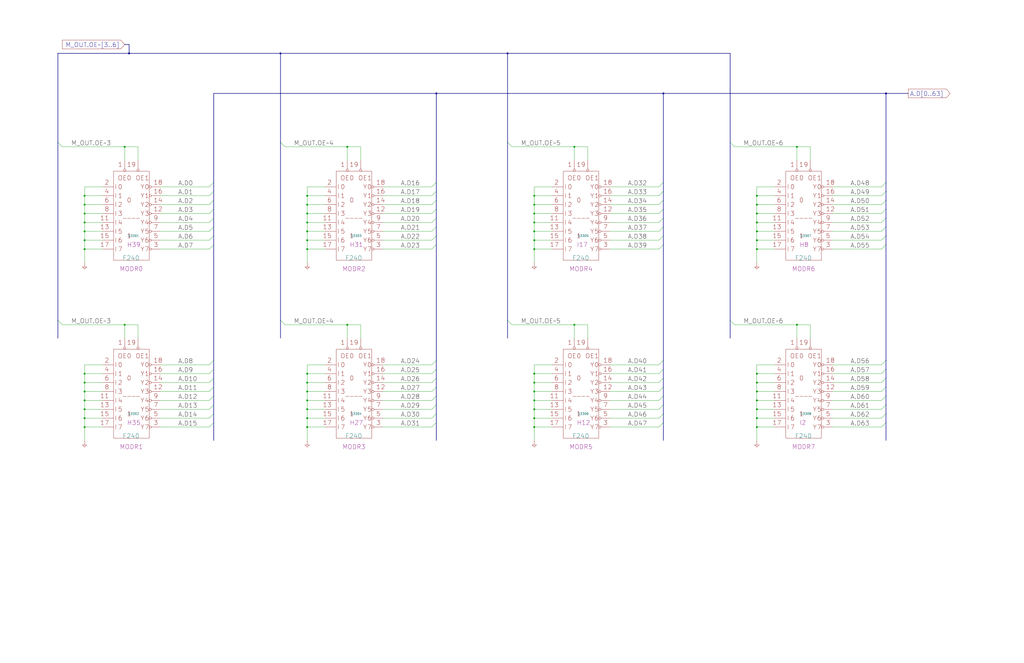
<source format=kicad_sch>
(kicad_sch (version 20211123) (generator eeschema)
  (paper "User" 584.2 378.46)
  (title_block (title "MULTIPLIER OUTPUT\\nZERO DRIVERS") (date "22-MAR-90") (rev "1.0") (comment 1 "VALUE") (comment 2 "232-003063") (comment 3 "S400") (comment 4 "RELEASED"))
  (lib_symbols
    (symbol "r1000:F240" (pin_numbers hide) (pin_names (offset 1.016) hide)
      (property "Reference" "U" (at 2.54 5.08 0))
      (property "Value" "F240" (at -3.81 -7.62 0))
      (property "Location" "___" (at -1.27 0 0))
      (property "Name" "______" (at 1.27 -15.24 0))
      (symbol "F240_1_1"
        (rectangle (start -8.89 41.91) (end 11.43 -8.89))
        (circle (center -2.54 42.545) (radius 0.635))
        (circle (center 5.08 42.545) (radius 0.635))
        (circle (center 12.065 -2.54) (radius 0.635))
        (circle (center 12.065 2.54) (radius 0.635))
        (circle (center 12.065 7.62) (radius 0.635))
        (circle (center 12.065 12.7) (radius 0.635))
        (circle (center 12.065 17.78) (radius 0.635))
        (circle (center 12.065 22.86) (radius 0.635))
        (circle (center 12.065 27.94) (radius 0.635))
        (circle (center 12.065 33.02) (radius 0.635))
        (text "-" (at -2.54 15.24 0) (effects (font (size 2.54 2.54))))
        (text "-" (at 0 15.24 0) (effects (font (size 2.54 2.54))))
        (text "-" (at 2.54 15.24 0) (effects (font (size 2.54 2.54))))
        (text "-" (at 5.08 15.24 0) (effects (font (size 2.54 2.54))))
        (text "0" (at -5.08 33.02 0) (effects (font (size 2.54 2.54))))
        (text "0" (at 0 25.4 0) (effects (font (size 2.54 2.54))))
        (text "0" (at 0 38.1 0) (effects (font (size 2.54 2.54))))
        (text "0" (at 10.16 33.02 0) (effects (font (size 2.54 2.54))))
        (text "1" (at -15.24 0 0) (effects (font (size 2.54 2.54))))
        (text "1" (at -15.24 5.08 0) (effects (font (size 2.54 2.54))))
        (text "1" (at -15.24 10.16 0) (effects (font (size 2.54 2.54))))
        (text "1" (at -15.24 15.24 0) (effects (font (size 2.54 2.54))))
        (text "1" (at -12.7 15.24 0) (effects (font (size 2.54 2.54))))
        (text "1" (at -5.08 27.94 0) (effects (font (size 2.54 2.54))))
        (text "1" (at -5.08 45.72 0) (effects (font (size 2.54 2.54))))
        (text "1" (at 0 5.08 0) (effects (font (size 2.54 2.54))))
        (text "1" (at 0 45.72 0) (effects (font (size 2.54 2.54))))
        (text "1" (at 10.16 27.94 0) (effects (font (size 2.54 2.54))))
        (text "1" (at 10.16 38.1 0) (effects (font (size 2.54 2.54))))
        (text "1" (at 15.24 20.32 0) (effects (font (size 2.54 2.54))))
        (text "1" (at 15.24 25.4 0) (effects (font (size 2.54 2.54))))
        (text "1" (at 15.24 30.48 0) (effects (font (size 2.54 2.54))))
        (text "1" (at 15.24 35.56 0) (effects (font (size 2.54 2.54))))
        (text "2" (at -12.7 35.56 0) (effects (font (size 2.54 2.54))))
        (text "2" (at -5.08 22.86 0) (effects (font (size 2.54 2.54))))
        (text "2" (at 10.16 22.86 0) (effects (font (size 2.54 2.54))))
        (text "2" (at 17.78 20.32 0) (effects (font (size 2.54 2.54))))
        (text "3" (at -12.7 10.16 0) (effects (font (size 2.54 2.54))))
        (text "3" (at -5.08 17.78 0) (effects (font (size 2.54 2.54))))
        (text "3" (at 10.16 17.78 0) (effects (font (size 2.54 2.54))))
        (text "3" (at 15.24 0 0) (effects (font (size 2.54 2.54))))
        (text "4" (at -12.7 30.48 0) (effects (font (size 2.54 2.54))))
        (text "4" (at -5.08 12.7 0) (effects (font (size 2.54 2.54))))
        (text "4" (at 10.16 12.7 0) (effects (font (size 2.54 2.54))))
        (text "4" (at 17.78 25.4 0) (effects (font (size 2.54 2.54))))
        (text "5" (at -12.7 5.08 0) (effects (font (size 2.54 2.54))))
        (text "5" (at -5.08 7.62 0) (effects (font (size 2.54 2.54))))
        (text "5" (at 10.16 7.62 0) (effects (font (size 2.54 2.54))))
        (text "5" (at 15.24 5.08 0) (effects (font (size 2.54 2.54))))
        (text "6" (at -12.7 25.4 0) (effects (font (size 2.54 2.54))))
        (text "6" (at -5.08 2.54 0) (effects (font (size 2.54 2.54))))
        (text "6" (at 10.16 2.54 0) (effects (font (size 2.54 2.54))))
        (text "6" (at 17.78 30.48 0) (effects (font (size 2.54 2.54))))
        (text "7" (at -12.7 0 0) (effects (font (size 2.54 2.54))))
        (text "7" (at -5.08 -2.54 0) (effects (font (size 2.54 2.54))))
        (text "7" (at 10.16 -2.54 0) (effects (font (size 2.54 2.54))))
        (text "7" (at 15.24 10.16 0) (effects (font (size 2.54 2.54))))
        (text "8" (at -12.7 20.32 0) (effects (font (size 2.54 2.54))))
        (text "8" (at 17.78 35.56 0) (effects (font (size 2.54 2.54))))
        (text "9" (at 2.54 45.72 0) (effects (font (size 2.54 2.54))))
        (text "9" (at 15.24 15.24 0) (effects (font (size 2.54 2.54))))
        (text "E" (at -2.54 38.1 0) (effects (font (size 2.54 2.54))))
        (text "E" (at 7.62 38.1 0) (effects (font (size 2.54 2.54))))
        (text "I" (at -7.62 -2.54 0) (effects (font (size 2.54 2.54))))
        (text "I" (at -7.62 2.54 0) (effects (font (size 2.54 2.54))))
        (text "I" (at -7.62 7.62 0) (effects (font (size 2.54 2.54))))
        (text "I" (at -7.62 12.7 0) (effects (font (size 2.54 2.54))))
        (text "I" (at -7.62 17.78 0) (effects (font (size 2.54 2.54))))
        (text "I" (at -7.62 22.86 0) (effects (font (size 2.54 2.54))))
        (text "I" (at -7.62 27.94 0) (effects (font (size 2.54 2.54))))
        (text "I" (at -7.62 33.02 0) (effects (font (size 2.54 2.54))))
        (text "O" (at -5.08 38.1 0) (effects (font (size 2.54 2.54))))
        (text "O" (at 5.08 38.1 0) (effects (font (size 2.54 2.54))))
        (text "Y" (at 7.62 -2.54 0) (effects (font (size 2.54 2.54))))
        (text "Y" (at 7.62 2.54 0) (effects (font (size 2.54 2.54))))
        (text "Y" (at 7.62 7.62 0) (effects (font (size 2.54 2.54))))
        (text "Y" (at 7.62 12.7 0) (effects (font (size 2.54 2.54))))
        (text "Y" (at 7.62 17.78 0) (effects (font (size 2.54 2.54))))
        (text "Y" (at 7.62 22.86 0) (effects (font (size 2.54 2.54))))
        (text "Y" (at 7.62 27.94 0) (effects (font (size 2.54 2.54))))
        (text "Y" (at 7.62 33.02 0) (effects (font (size 2.54 2.54))))
        (pin input line (at -2.54 48.26 270) (length 5.08) (name "OE0_") (number "1"))
        (pin input line (at -15.24 12.7 0) (length 6.35) (name "I4") (number "11"))
        (pin tri_state line (at 17.78 17.78 180) (length 5.08) (name "Y3_") (number "12"))
        (pin input line (at -15.24 7.62 0) (length 6.35) (name "I5") (number "13"))
        (pin tri_state line (at 17.78 22.86 180) (length 5.08) (name "Y2_") (number "14"))
        (pin input line (at -15.24 2.54 0) (length 6.35) (name "I6") (number "15"))
        (pin tri_state line (at 17.78 27.94 180) (length 5.08) (name "Y1_") (number "16"))
        (pin input line (at -15.24 -2.54 0) (length 6.35) (name "I7") (number "17"))
        (pin tri_state line (at 17.78 33.02 180) (length 5.08) (name "Y0_") (number "18"))
        (pin input line (at 5.08 48.26 270) (length 5.08) (name "OE1_") (number "19"))
        (pin input line (at -15.24 33.02 0) (length 6.35) (name "I0") (number "2"))
        (pin tri_state line (at 17.78 -2.54 180) (length 5.08) (name "Y7_") (number "3"))
        (pin input line (at -15.24 27.94 0) (length 6.35) (name "I1") (number "4"))
        (pin tri_state line (at 17.78 2.54 180) (length 5.08) (name "Y6_") (number "5"))
        (pin input line (at -15.24 22.86 0) (length 6.35) (name "I2") (number "6"))
        (pin tri_state line (at 17.78 7.62 180) (length 5.08) (name "Y5_") (number "7"))
        (pin input line (at -15.24 17.78 0) (length 6.35) (name "I3") (number "8"))
        (pin tri_state line (at 17.78 12.7 180) (length 5.08) (name "Y4_") (number "9"))
      )
    )
    (symbol "r1000:PD" (power) (pin_numbers hide) (pin_names hide) (in_bom no)
      (symbol "PD_0_1"
        (polyline (pts (xy 0 -2.54) (xy 1.27 -2.54) (xy 0 -3.81) (xy -1.27 -2.54) (xy 0 -2.54)) (stroke (width 0.1524)))
      )
      (symbol "PD_1_1"
        (pin power_in line (at 0 0 270) (length 2.54) (name "PD") (number "1"))
      )
    )
  )
  (bus (pts (xy 121.92 104.14) (xy 121.92 109.22)))
  (bus (pts (xy 121.92 109.22) (xy 121.92 114.3)))
  (bus (pts (xy 121.92 114.3) (xy 121.92 119.38)))
  (bus (pts (xy 121.92 119.38) (xy 121.92 124.46)))
  (bus (pts (xy 121.92 124.46) (xy 121.92 129.54)))
  (bus (pts (xy 121.92 129.54) (xy 121.92 134.62)))
  (bus (pts (xy 121.92 134.62) (xy 121.92 139.7)))
  (bus (pts (xy 121.92 139.7) (xy 121.92 205.74)))
  (bus (pts (xy 121.92 205.74) (xy 121.92 210.82)))
  (bus (pts (xy 121.92 210.82) (xy 121.92 215.9)))
  (bus (pts (xy 121.92 215.9) (xy 121.92 220.98)))
  (bus (pts (xy 121.92 220.98) (xy 121.92 226.06)))
  (bus (pts (xy 121.92 226.06) (xy 121.92 231.14)))
  (bus (pts (xy 121.92 231.14) (xy 121.92 236.22)))
  (bus (pts (xy 121.92 236.22) (xy 121.92 241.3)))
  (bus (pts (xy 121.92 241.3) (xy 121.92 251.46)))
  (bus (pts (xy 121.92 53.34) (xy 121.92 104.14)))
  (bus (pts (xy 121.92 53.34) (xy 248.92 53.34)))
  (bus (pts (xy 160.02 182.88) (xy 160.02 193.04)))
  (bus (pts (xy 160.02 30.48) (xy 160.02 81.28)))
  (bus (pts (xy 160.02 30.48) (xy 289.56 30.48)))
  (bus (pts (xy 160.02 81.28) (xy 160.02 182.88)))
  (bus (pts (xy 248.92 104.14) (xy 248.92 109.22)))
  (bus (pts (xy 248.92 109.22) (xy 248.92 114.3)))
  (bus (pts (xy 248.92 114.3) (xy 248.92 119.38)))
  (bus (pts (xy 248.92 119.38) (xy 248.92 124.46)))
  (bus (pts (xy 248.92 124.46) (xy 248.92 129.54)))
  (bus (pts (xy 248.92 129.54) (xy 248.92 134.62)))
  (bus (pts (xy 248.92 134.62) (xy 248.92 139.7)))
  (bus (pts (xy 248.92 139.7) (xy 248.92 205.74)))
  (bus (pts (xy 248.92 205.74) (xy 248.92 210.82)))
  (bus (pts (xy 248.92 210.82) (xy 248.92 215.9)))
  (bus (pts (xy 248.92 215.9) (xy 248.92 220.98)))
  (bus (pts (xy 248.92 220.98) (xy 248.92 226.06)))
  (bus (pts (xy 248.92 226.06) (xy 248.92 231.14)))
  (bus (pts (xy 248.92 231.14) (xy 248.92 236.22)))
  (bus (pts (xy 248.92 236.22) (xy 248.92 241.3)))
  (bus (pts (xy 248.92 241.3) (xy 248.92 251.46)))
  (bus (pts (xy 248.92 53.34) (xy 248.92 104.14)))
  (bus (pts (xy 248.92 53.34) (xy 378.46 53.34)))
  (bus (pts (xy 289.56 182.88) (xy 289.56 193.04)))
  (bus (pts (xy 289.56 30.48) (xy 289.56 81.28)))
  (bus (pts (xy 289.56 30.48) (xy 416.56 30.48)))
  (bus (pts (xy 289.56 81.28) (xy 289.56 182.88)))
  (bus (pts (xy 33.02 182.88) (xy 33.02 193.04)))
  (bus (pts (xy 33.02 30.48) (xy 33.02 81.28)))
  (bus (pts (xy 33.02 30.48) (xy 73.66 30.48)))
  (bus (pts (xy 33.02 81.28) (xy 33.02 182.88)))
  (bus (pts (xy 378.46 104.14) (xy 378.46 109.22)))
  (bus (pts (xy 378.46 109.22) (xy 378.46 114.3)))
  (bus (pts (xy 378.46 114.3) (xy 378.46 119.38)))
  (bus (pts (xy 378.46 119.38) (xy 378.46 124.46)))
  (bus (pts (xy 378.46 124.46) (xy 378.46 129.54)))
  (bus (pts (xy 378.46 129.54) (xy 378.46 134.62)))
  (bus (pts (xy 378.46 134.62) (xy 378.46 139.7)))
  (bus (pts (xy 378.46 139.7) (xy 378.46 205.74)))
  (bus (pts (xy 378.46 205.74) (xy 378.46 210.82)))
  (bus (pts (xy 378.46 210.82) (xy 378.46 215.9)))
  (bus (pts (xy 378.46 215.9) (xy 378.46 220.98)))
  (bus (pts (xy 378.46 220.98) (xy 378.46 226.06)))
  (bus (pts (xy 378.46 226.06) (xy 378.46 231.14)))
  (bus (pts (xy 378.46 231.14) (xy 378.46 236.22)))
  (bus (pts (xy 378.46 236.22) (xy 378.46 241.3)))
  (bus (pts (xy 378.46 241.3) (xy 378.46 251.46)))
  (bus (pts (xy 378.46 53.34) (xy 378.46 104.14)))
  (bus (pts (xy 378.46 53.34) (xy 505.46 53.34)))
  (bus (pts (xy 416.56 182.88) (xy 416.56 193.04)))
  (bus (pts (xy 416.56 30.48) (xy 416.56 81.28)))
  (bus (pts (xy 416.56 81.28) (xy 416.56 182.88)))
  (bus (pts (xy 505.46 104.14) (xy 505.46 109.22)))
  (bus (pts (xy 505.46 109.22) (xy 505.46 114.3)))
  (bus (pts (xy 505.46 114.3) (xy 505.46 119.38)))
  (bus (pts (xy 505.46 119.38) (xy 505.46 124.46)))
  (bus (pts (xy 505.46 124.46) (xy 505.46 129.54)))
  (bus (pts (xy 505.46 129.54) (xy 505.46 134.62)))
  (bus (pts (xy 505.46 134.62) (xy 505.46 139.7)))
  (bus (pts (xy 505.46 139.7) (xy 505.46 205.74)))
  (bus (pts (xy 505.46 205.74) (xy 505.46 210.82)))
  (bus (pts (xy 505.46 210.82) (xy 505.46 215.9)))
  (bus (pts (xy 505.46 215.9) (xy 505.46 220.98)))
  (bus (pts (xy 505.46 220.98) (xy 505.46 226.06)))
  (bus (pts (xy 505.46 226.06) (xy 505.46 231.14)))
  (bus (pts (xy 505.46 231.14) (xy 505.46 236.22)))
  (bus (pts (xy 505.46 236.22) (xy 505.46 241.3)))
  (bus (pts (xy 505.46 241.3) (xy 505.46 251.46)))
  (bus (pts (xy 505.46 53.34) (xy 505.46 104.14)))
  (bus (pts (xy 505.46 53.34) (xy 518.16 53.34)))
  (bus (pts (xy 71.12 25.4) (xy 73.66 25.4)))
  (bus (pts (xy 73.66 25.4) (xy 73.66 30.48)))
  (bus (pts (xy 73.66 30.48) (xy 160.02 30.48)))
  (wire (pts (xy 162.56 185.42) (xy 198.12 185.42)))
  (wire (pts (xy 162.56 83.82) (xy 198.12 83.82)))
  (wire (pts (xy 175.26 106.68) (xy 175.26 111.76)))
  (wire (pts (xy 175.26 111.76) (xy 175.26 116.84)))
  (wire (pts (xy 175.26 111.76) (xy 185.42 111.76)))
  (wire (pts (xy 175.26 116.84) (xy 175.26 121.92)))
  (wire (pts (xy 175.26 116.84) (xy 185.42 116.84)))
  (wire (pts (xy 175.26 121.92) (xy 175.26 127)))
  (wire (pts (xy 175.26 121.92) (xy 185.42 121.92)))
  (wire (pts (xy 175.26 127) (xy 175.26 132.08)))
  (wire (pts (xy 175.26 127) (xy 185.42 127)))
  (wire (pts (xy 175.26 132.08) (xy 175.26 137.16)))
  (wire (pts (xy 175.26 132.08) (xy 185.42 132.08)))
  (wire (pts (xy 175.26 137.16) (xy 175.26 142.24)))
  (wire (pts (xy 175.26 137.16) (xy 185.42 137.16)))
  (wire (pts (xy 175.26 142.24) (xy 175.26 149.86)))
  (wire (pts (xy 175.26 142.24) (xy 185.42 142.24)))
  (wire (pts (xy 175.26 208.28) (xy 175.26 213.36)))
  (wire (pts (xy 175.26 213.36) (xy 175.26 218.44)))
  (wire (pts (xy 175.26 213.36) (xy 185.42 213.36)))
  (wire (pts (xy 175.26 218.44) (xy 175.26 223.52)))
  (wire (pts (xy 175.26 218.44) (xy 185.42 218.44)))
  (wire (pts (xy 175.26 223.52) (xy 175.26 228.6)))
  (wire (pts (xy 175.26 223.52) (xy 185.42 223.52)))
  (wire (pts (xy 175.26 228.6) (xy 175.26 233.68)))
  (wire (pts (xy 175.26 228.6) (xy 185.42 228.6)))
  (wire (pts (xy 175.26 233.68) (xy 175.26 238.76)))
  (wire (pts (xy 175.26 233.68) (xy 185.42 233.68)))
  (wire (pts (xy 175.26 238.76) (xy 175.26 243.84)))
  (wire (pts (xy 175.26 238.76) (xy 185.42 238.76)))
  (wire (pts (xy 175.26 243.84) (xy 175.26 251.46)))
  (wire (pts (xy 175.26 243.84) (xy 185.42 243.84)))
  (wire (pts (xy 185.42 106.68) (xy 175.26 106.68)))
  (wire (pts (xy 185.42 208.28) (xy 175.26 208.28)))
  (wire (pts (xy 198.12 185.42) (xy 198.12 193.04)))
  (wire (pts (xy 198.12 185.42) (xy 205.74 185.42)))
  (wire (pts (xy 198.12 83.82) (xy 198.12 91.44)))
  (wire (pts (xy 198.12 83.82) (xy 205.74 83.82)))
  (wire (pts (xy 205.74 193.04) (xy 205.74 185.42)))
  (wire (pts (xy 205.74 91.44) (xy 205.74 83.82)))
  (wire (pts (xy 218.44 106.68) (xy 246.38 106.68)))
  (wire (pts (xy 218.44 111.76) (xy 246.38 111.76)))
  (wire (pts (xy 218.44 116.84) (xy 246.38 116.84)))
  (wire (pts (xy 218.44 121.92) (xy 246.38 121.92)))
  (wire (pts (xy 218.44 127) (xy 246.38 127)))
  (wire (pts (xy 218.44 132.08) (xy 246.38 132.08)))
  (wire (pts (xy 218.44 137.16) (xy 246.38 137.16)))
  (wire (pts (xy 218.44 142.24) (xy 246.38 142.24)))
  (wire (pts (xy 218.44 208.28) (xy 246.38 208.28)))
  (wire (pts (xy 218.44 213.36) (xy 246.38 213.36)))
  (wire (pts (xy 218.44 218.44) (xy 246.38 218.44)))
  (wire (pts (xy 218.44 223.52) (xy 246.38 223.52)))
  (wire (pts (xy 218.44 228.6) (xy 246.38 228.6)))
  (wire (pts (xy 218.44 233.68) (xy 246.38 233.68)))
  (wire (pts (xy 218.44 238.76) (xy 246.38 238.76)))
  (wire (pts (xy 218.44 243.84) (xy 246.38 243.84)))
  (wire (pts (xy 292.1 185.42) (xy 327.66 185.42)))
  (wire (pts (xy 292.1 83.82) (xy 327.66 83.82)))
  (wire (pts (xy 304.8 106.68) (xy 304.8 111.76)))
  (wire (pts (xy 304.8 111.76) (xy 304.8 116.84)))
  (wire (pts (xy 304.8 111.76) (xy 314.96 111.76)))
  (wire (pts (xy 304.8 116.84) (xy 304.8 121.92)))
  (wire (pts (xy 304.8 116.84) (xy 314.96 116.84)))
  (wire (pts (xy 304.8 121.92) (xy 304.8 127)))
  (wire (pts (xy 304.8 121.92) (xy 314.96 121.92)))
  (wire (pts (xy 304.8 127) (xy 304.8 132.08)))
  (wire (pts (xy 304.8 127) (xy 314.96 127)))
  (wire (pts (xy 304.8 132.08) (xy 304.8 137.16)))
  (wire (pts (xy 304.8 132.08) (xy 314.96 132.08)))
  (wire (pts (xy 304.8 137.16) (xy 304.8 142.24)))
  (wire (pts (xy 304.8 137.16) (xy 314.96 137.16)))
  (wire (pts (xy 304.8 142.24) (xy 304.8 149.86)))
  (wire (pts (xy 304.8 142.24) (xy 314.96 142.24)))
  (wire (pts (xy 304.8 208.28) (xy 304.8 213.36)))
  (wire (pts (xy 304.8 213.36) (xy 304.8 218.44)))
  (wire (pts (xy 304.8 213.36) (xy 314.96 213.36)))
  (wire (pts (xy 304.8 218.44) (xy 304.8 223.52)))
  (wire (pts (xy 304.8 218.44) (xy 314.96 218.44)))
  (wire (pts (xy 304.8 223.52) (xy 304.8 228.6)))
  (wire (pts (xy 304.8 223.52) (xy 314.96 223.52)))
  (wire (pts (xy 304.8 228.6) (xy 304.8 233.68)))
  (wire (pts (xy 304.8 228.6) (xy 314.96 228.6)))
  (wire (pts (xy 304.8 233.68) (xy 304.8 238.76)))
  (wire (pts (xy 304.8 233.68) (xy 314.96 233.68)))
  (wire (pts (xy 304.8 238.76) (xy 304.8 243.84)))
  (wire (pts (xy 304.8 238.76) (xy 314.96 238.76)))
  (wire (pts (xy 304.8 243.84) (xy 304.8 251.46)))
  (wire (pts (xy 304.8 243.84) (xy 314.96 243.84)))
  (wire (pts (xy 314.96 106.68) (xy 304.8 106.68)))
  (wire (pts (xy 314.96 208.28) (xy 304.8 208.28)))
  (wire (pts (xy 327.66 185.42) (xy 327.66 193.04)))
  (wire (pts (xy 327.66 185.42) (xy 335.28 185.42)))
  (wire (pts (xy 327.66 83.82) (xy 327.66 91.44)))
  (wire (pts (xy 327.66 83.82) (xy 335.28 83.82)))
  (wire (pts (xy 335.28 193.04) (xy 335.28 185.42)))
  (wire (pts (xy 335.28 91.44) (xy 335.28 83.82)))
  (wire (pts (xy 347.98 106.68) (xy 375.92 106.68)))
  (wire (pts (xy 347.98 111.76) (xy 375.92 111.76)))
  (wire (pts (xy 347.98 116.84) (xy 375.92 116.84)))
  (wire (pts (xy 347.98 121.92) (xy 375.92 121.92)))
  (wire (pts (xy 347.98 127) (xy 375.92 127)))
  (wire (pts (xy 347.98 132.08) (xy 375.92 132.08)))
  (wire (pts (xy 347.98 137.16) (xy 375.92 137.16)))
  (wire (pts (xy 347.98 142.24) (xy 375.92 142.24)))
  (wire (pts (xy 347.98 208.28) (xy 375.92 208.28)))
  (wire (pts (xy 347.98 213.36) (xy 375.92 213.36)))
  (wire (pts (xy 347.98 218.44) (xy 375.92 218.44)))
  (wire (pts (xy 347.98 223.52) (xy 375.92 223.52)))
  (wire (pts (xy 347.98 228.6) (xy 375.92 228.6)))
  (wire (pts (xy 347.98 233.68) (xy 375.92 233.68)))
  (wire (pts (xy 347.98 238.76) (xy 375.92 238.76)))
  (wire (pts (xy 347.98 243.84) (xy 375.92 243.84)))
  (wire (pts (xy 35.56 185.42) (xy 71.12 185.42)))
  (wire (pts (xy 35.56 83.82) (xy 71.12 83.82)))
  (wire (pts (xy 419.1 185.42) (xy 454.66 185.42)))
  (wire (pts (xy 419.1 83.82) (xy 454.66 83.82)))
  (wire (pts (xy 431.8 106.68) (xy 431.8 111.76)))
  (wire (pts (xy 431.8 111.76) (xy 431.8 116.84)))
  (wire (pts (xy 431.8 111.76) (xy 441.96 111.76)))
  (wire (pts (xy 431.8 116.84) (xy 431.8 121.92)))
  (wire (pts (xy 431.8 116.84) (xy 441.96 116.84)))
  (wire (pts (xy 431.8 121.92) (xy 431.8 127)))
  (wire (pts (xy 431.8 121.92) (xy 441.96 121.92)))
  (wire (pts (xy 431.8 127) (xy 431.8 132.08)))
  (wire (pts (xy 431.8 127) (xy 441.96 127)))
  (wire (pts (xy 431.8 132.08) (xy 431.8 137.16)))
  (wire (pts (xy 431.8 132.08) (xy 441.96 132.08)))
  (wire (pts (xy 431.8 137.16) (xy 431.8 142.24)))
  (wire (pts (xy 431.8 137.16) (xy 441.96 137.16)))
  (wire (pts (xy 431.8 142.24) (xy 431.8 149.86)))
  (wire (pts (xy 431.8 142.24) (xy 441.96 142.24)))
  (wire (pts (xy 431.8 208.28) (xy 431.8 213.36)))
  (wire (pts (xy 431.8 213.36) (xy 431.8 218.44)))
  (wire (pts (xy 431.8 213.36) (xy 441.96 213.36)))
  (wire (pts (xy 431.8 218.44) (xy 431.8 223.52)))
  (wire (pts (xy 431.8 218.44) (xy 441.96 218.44)))
  (wire (pts (xy 431.8 223.52) (xy 431.8 228.6)))
  (wire (pts (xy 431.8 223.52) (xy 441.96 223.52)))
  (wire (pts (xy 431.8 228.6) (xy 431.8 233.68)))
  (wire (pts (xy 431.8 228.6) (xy 441.96 228.6)))
  (wire (pts (xy 431.8 233.68) (xy 431.8 238.76)))
  (wire (pts (xy 431.8 233.68) (xy 441.96 233.68)))
  (wire (pts (xy 431.8 238.76) (xy 431.8 243.84)))
  (wire (pts (xy 431.8 238.76) (xy 441.96 238.76)))
  (wire (pts (xy 431.8 243.84) (xy 431.8 251.46)))
  (wire (pts (xy 431.8 243.84) (xy 441.96 243.84)))
  (wire (pts (xy 441.96 106.68) (xy 431.8 106.68)))
  (wire (pts (xy 441.96 208.28) (xy 431.8 208.28)))
  (wire (pts (xy 454.66 185.42) (xy 454.66 193.04)))
  (wire (pts (xy 454.66 185.42) (xy 462.28 185.42)))
  (wire (pts (xy 454.66 83.82) (xy 454.66 91.44)))
  (wire (pts (xy 454.66 83.82) (xy 462.28 83.82)))
  (wire (pts (xy 462.28 193.04) (xy 462.28 185.42)))
  (wire (pts (xy 462.28 91.44) (xy 462.28 83.82)))
  (wire (pts (xy 474.98 106.68) (xy 502.92 106.68)))
  (wire (pts (xy 474.98 111.76) (xy 502.92 111.76)))
  (wire (pts (xy 474.98 116.84) (xy 502.92 116.84)))
  (wire (pts (xy 474.98 121.92) (xy 502.92 121.92)))
  (wire (pts (xy 474.98 127) (xy 502.92 127)))
  (wire (pts (xy 474.98 132.08) (xy 502.92 132.08)))
  (wire (pts (xy 474.98 137.16) (xy 502.92 137.16)))
  (wire (pts (xy 474.98 142.24) (xy 502.92 142.24)))
  (wire (pts (xy 474.98 208.28) (xy 502.92 208.28)))
  (wire (pts (xy 474.98 213.36) (xy 502.92 213.36)))
  (wire (pts (xy 474.98 218.44) (xy 502.92 218.44)))
  (wire (pts (xy 474.98 223.52) (xy 502.92 223.52)))
  (wire (pts (xy 474.98 228.6) (xy 502.92 228.6)))
  (wire (pts (xy 474.98 233.68) (xy 502.92 233.68)))
  (wire (pts (xy 474.98 238.76) (xy 502.92 238.76)))
  (wire (pts (xy 474.98 243.84) (xy 502.92 243.84)))
  (wire (pts (xy 48.26 106.68) (xy 48.26 111.76)))
  (wire (pts (xy 48.26 111.76) (xy 48.26 116.84)))
  (wire (pts (xy 48.26 111.76) (xy 58.42 111.76)))
  (wire (pts (xy 48.26 116.84) (xy 48.26 121.92)))
  (wire (pts (xy 48.26 116.84) (xy 58.42 116.84)))
  (wire (pts (xy 48.26 121.92) (xy 48.26 127)))
  (wire (pts (xy 48.26 121.92) (xy 58.42 121.92)))
  (wire (pts (xy 48.26 127) (xy 48.26 132.08)))
  (wire (pts (xy 48.26 127) (xy 58.42 127)))
  (wire (pts (xy 48.26 132.08) (xy 48.26 137.16)))
  (wire (pts (xy 48.26 132.08) (xy 58.42 132.08)))
  (wire (pts (xy 48.26 137.16) (xy 48.26 142.24)))
  (wire (pts (xy 48.26 137.16) (xy 58.42 137.16)))
  (wire (pts (xy 48.26 142.24) (xy 48.26 149.86)))
  (wire (pts (xy 48.26 142.24) (xy 58.42 142.24)))
  (wire (pts (xy 48.26 208.28) (xy 48.26 213.36)))
  (wire (pts (xy 48.26 213.36) (xy 48.26 218.44)))
  (wire (pts (xy 48.26 213.36) (xy 58.42 213.36)))
  (wire (pts (xy 48.26 218.44) (xy 48.26 223.52)))
  (wire (pts (xy 48.26 218.44) (xy 58.42 218.44)))
  (wire (pts (xy 48.26 223.52) (xy 48.26 228.6)))
  (wire (pts (xy 48.26 223.52) (xy 58.42 223.52)))
  (wire (pts (xy 48.26 228.6) (xy 48.26 233.68)))
  (wire (pts (xy 48.26 228.6) (xy 58.42 228.6)))
  (wire (pts (xy 48.26 233.68) (xy 48.26 238.76)))
  (wire (pts (xy 48.26 233.68) (xy 58.42 233.68)))
  (wire (pts (xy 48.26 238.76) (xy 48.26 243.84)))
  (wire (pts (xy 48.26 238.76) (xy 58.42 238.76)))
  (wire (pts (xy 48.26 243.84) (xy 48.26 251.46)))
  (wire (pts (xy 48.26 243.84) (xy 58.42 243.84)))
  (wire (pts (xy 58.42 106.68) (xy 48.26 106.68)))
  (wire (pts (xy 58.42 208.28) (xy 48.26 208.28)))
  (wire (pts (xy 71.12 185.42) (xy 71.12 193.04)))
  (wire (pts (xy 71.12 185.42) (xy 78.74 185.42)))
  (wire (pts (xy 71.12 83.82) (xy 71.12 91.44)))
  (wire (pts (xy 71.12 83.82) (xy 78.74 83.82)))
  (wire (pts (xy 78.74 193.04) (xy 78.74 185.42)))
  (wire (pts (xy 78.74 91.44) (xy 78.74 83.82)))
  (wire (pts (xy 91.44 106.68) (xy 119.38 106.68)))
  (wire (pts (xy 91.44 111.76) (xy 119.38 111.76)))
  (wire (pts (xy 91.44 116.84) (xy 119.38 116.84)))
  (wire (pts (xy 91.44 121.92) (xy 119.38 121.92)))
  (wire (pts (xy 91.44 127) (xy 119.38 127)))
  (wire (pts (xy 91.44 132.08) (xy 119.38 132.08)))
  (wire (pts (xy 91.44 137.16) (xy 119.38 137.16)))
  (wire (pts (xy 91.44 142.24) (xy 119.38 142.24)))
  (wire (pts (xy 91.44 208.28) (xy 119.38 208.28)))
  (wire (pts (xy 91.44 213.36) (xy 119.38 213.36)))
  (wire (pts (xy 91.44 218.44) (xy 119.38 218.44)))
  (wire (pts (xy 91.44 223.52) (xy 119.38 223.52)))
  (wire (pts (xy 91.44 228.6) (xy 119.38 228.6)))
  (wire (pts (xy 91.44 233.68) (xy 119.38 233.68)))
  (wire (pts (xy 91.44 238.76) (xy 119.38 238.76)))
  (wire (pts (xy 91.44 243.84) (xy 119.38 243.84)))
  (bus_entry (at 33.02 81.28) (size 2.54 2.54))
  (bus_entry (at 33.02 182.88) (size 2.54 2.54))
  (label "M_OUT.OE~3" (at 40.64 83.82 0) (effects (font (size 2.54 2.54))))
  (label "M_OUT.OE~3" (at 40.64 185.42 0) (effects (font (size 2.54 2.54))))
  (junction (at 48.26 111.76))
  (junction (at 48.26 116.84))
  (junction (at 48.26 121.92))
  (junction (at 48.26 127))
  (junction (at 48.26 132.08))
  (junction (at 48.26 137.16))
  (junction (at 48.26 142.24))
  (symbol (lib_id "r1000:PD") (at 48.26 149.86 0) (unit 1) (in_bom no)
    (property "Reference" "#PWR03301" (effects hide))
    (property "Value" "PD" (effects hide))
  )
  (junction (at 48.26 213.36))
  (junction (at 48.26 218.44))
  (junction (at 48.26 223.52))
  (junction (at 48.26 228.6))
  (junction (at 48.26 233.68))
  (junction (at 48.26 238.76))
  (junction (at 48.26 243.84))
  (symbol (lib_id "r1000:PD") (at 48.26 251.46 0) (unit 1) (in_bom no)
    (property "Reference" "#PWR03302" (effects hide))
    (property "Value" "PD" (effects hide))
  )
  (global_label "M_OUT.OE~[3..6]" (shape input) (at 71.12 25.4 180) (effects (font (size 2.54 2.54))) (property "Intersheet References" "${INTERSHEET_REFS}" (at 35.5721 25.2413 0) (effects (font (size 2.54 2.54)) (justify right))))
  (junction (at 71.12 83.82))
  (junction (at 71.12 185.42))
  (junction (at 73.66 30.48))
  (symbol (lib_id "r1000:F240") (at 73.66 139.7 0) (unit 1)
    (property "Reference" "U3301" (at 76.2 134.62 0))
    (property "Value" "F240" (at 69.85 147.32 0) (effects (font (size 2.54 2.54)) (justify left)))
    (property "Location" "H39" (at 72.39 139.7 0) (effects (font (size 2.54 2.54)) (justify left)))
    (property "Name" "MODR0" (at 74.93 154.94 0) (effects (font (size 2.54 2.54)) (justify bottom)))
  )
  (symbol (lib_id "r1000:F240") (at 73.66 241.3 0) (unit 1)
    (property "Reference" "U3302" (at 76.2 236.22 0))
    (property "Value" "F240" (at 69.85 248.92 0) (effects (font (size 2.54 2.54)) (justify left)))
    (property "Location" "H35" (at 72.39 241.3 0) (effects (font (size 2.54 2.54)) (justify left)))
    (property "Name" "MODR1" (at 74.93 256.54 0) (effects (font (size 2.54 2.54)) (justify bottom)))
  )
  (label "A.D0" (at 101.6 106.68 0) (effects (font (size 2.54 2.54))))
  (label "A.D1" (at 101.6 111.76 0) (effects (font (size 2.54 2.54))))
  (label "A.D2" (at 101.6 116.84 0) (effects (font (size 2.54 2.54))))
  (label "A.D3" (at 101.6 121.92 0) (effects (font (size 2.54 2.54))))
  (label "A.D4" (at 101.6 127 0) (effects (font (size 2.54 2.54))))
  (label "A.D5" (at 101.6 132.08 0) (effects (font (size 2.54 2.54))))
  (label "A.D6" (at 101.6 137.16 0) (effects (font (size 2.54 2.54))))
  (label "A.D7" (at 101.6 142.24 0) (effects (font (size 2.54 2.54))))
  (label "A.D8" (at 101.6 208.28 0) (effects (font (size 2.54 2.54))))
  (label "A.D9" (at 101.6 213.36 0) (effects (font (size 2.54 2.54))))
  (label "A.D10" (at 101.6 218.44 0) (effects (font (size 2.54 2.54))))
  (label "A.D11" (at 101.6 223.52 0) (effects (font (size 2.54 2.54))))
  (label "A.D12" (at 101.6 228.6 0) (effects (font (size 2.54 2.54))))
  (label "A.D13" (at 101.6 233.68 0) (effects (font (size 2.54 2.54))))
  (label "A.D14" (at 101.6 238.76 0) (effects (font (size 2.54 2.54))))
  (label "A.D15" (at 101.6 243.84 0) (effects (font (size 2.54 2.54))))
  (bus_entry (at 121.92 104.14) (size -2.54 2.54))
  (bus_entry (at 121.92 109.22) (size -2.54 2.54))
  (bus_entry (at 121.92 114.3) (size -2.54 2.54))
  (bus_entry (at 121.92 119.38) (size -2.54 2.54))
  (bus_entry (at 121.92 124.46) (size -2.54 2.54))
  (bus_entry (at 121.92 129.54) (size -2.54 2.54))
  (bus_entry (at 121.92 134.62) (size -2.54 2.54))
  (bus_entry (at 121.92 139.7) (size -2.54 2.54))
  (bus_entry (at 121.92 205.74) (size -2.54 2.54))
  (bus_entry (at 121.92 210.82) (size -2.54 2.54))
  (bus_entry (at 121.92 215.9) (size -2.54 2.54))
  (bus_entry (at 121.92 220.98) (size -2.54 2.54))
  (bus_entry (at 121.92 226.06) (size -2.54 2.54))
  (bus_entry (at 121.92 231.14) (size -2.54 2.54))
  (bus_entry (at 121.92 236.22) (size -2.54 2.54))
  (bus_entry (at 121.92 241.3) (size -2.54 2.54))
  (junction (at 160.02 30.48))
  (bus_entry (at 160.02 81.28) (size 2.54 2.54))
  (bus_entry (at 160.02 182.88) (size 2.54 2.54))
  (label "M_OUT.OE~4" (at 167.64 83.82 0) (effects (font (size 2.54 2.54))))
  (label "M_OUT.OE~4" (at 167.64 185.42 0) (effects (font (size 2.54 2.54))))
  (junction (at 175.26 111.76))
  (junction (at 175.26 116.84))
  (junction (at 175.26 121.92))
  (junction (at 175.26 127))
  (junction (at 175.26 132.08))
  (junction (at 175.26 137.16))
  (junction (at 175.26 142.24))
  (symbol (lib_id "r1000:PD") (at 175.26 149.86 0) (unit 1) (in_bom no)
    (property "Reference" "#PWR03303" (effects hide))
    (property "Value" "PD" (effects hide))
  )
  (junction (at 175.26 213.36))
  (junction (at 175.26 218.44))
  (junction (at 175.26 223.52))
  (junction (at 175.26 228.6))
  (junction (at 175.26 233.68))
  (junction (at 175.26 238.76))
  (junction (at 175.26 243.84))
  (symbol (lib_id "r1000:PD") (at 175.26 251.46 0) (unit 1) (in_bom no)
    (property "Reference" "#PWR03304" (effects hide))
    (property "Value" "PD" (effects hide))
  )
  (junction (at 198.12 83.82))
  (junction (at 198.12 185.42))
  (symbol (lib_id "r1000:F240") (at 200.66 139.7 0) (unit 1)
    (property "Reference" "U3303" (at 203.2 134.62 0))
    (property "Value" "F240" (at 196.85 147.32 0) (effects (font (size 2.54 2.54)) (justify left)))
    (property "Location" "H31" (at 199.39 139.7 0) (effects (font (size 2.54 2.54)) (justify left)))
    (property "Name" "MODR2" (at 201.93 154.94 0) (effects (font (size 2.54 2.54)) (justify bottom)))
  )
  (symbol (lib_id "r1000:F240") (at 200.66 241.3 0) (unit 1)
    (property "Reference" "U3304" (at 203.2 236.22 0))
    (property "Value" "F240" (at 196.85 248.92 0) (effects (font (size 2.54 2.54)) (justify left)))
    (property "Location" "H27" (at 199.39 241.3 0) (effects (font (size 2.54 2.54)) (justify left)))
    (property "Name" "MODR3" (at 201.93 256.54 0) (effects (font (size 2.54 2.54)) (justify bottom)))
  )
  (label "A.D16" (at 228.6 106.68 0) (effects (font (size 2.54 2.54))))
  (label "A.D17" (at 228.6 111.76 0) (effects (font (size 2.54 2.54))))
  (label "A.D18" (at 228.6 116.84 0) (effects (font (size 2.54 2.54))))
  (label "A.D19" (at 228.6 121.92 0) (effects (font (size 2.54 2.54))))
  (label "A.D20" (at 228.6 127 0) (effects (font (size 2.54 2.54))))
  (label "A.D21" (at 228.6 132.08 0) (effects (font (size 2.54 2.54))))
  (label "A.D22" (at 228.6 137.16 0) (effects (font (size 2.54 2.54))))
  (label "A.D23" (at 228.6 142.24 0) (effects (font (size 2.54 2.54))))
  (label "A.D24" (at 228.6 208.28 0) (effects (font (size 2.54 2.54))))
  (label "A.D25" (at 228.6 213.36 0) (effects (font (size 2.54 2.54))))
  (label "A.D26" (at 228.6 218.44 0) (effects (font (size 2.54 2.54))))
  (label "A.D27" (at 228.6 223.52 0) (effects (font (size 2.54 2.54))))
  (label "A.D28" (at 228.6 228.6 0) (effects (font (size 2.54 2.54))))
  (label "A.D29" (at 228.6 233.68 0) (effects (font (size 2.54 2.54))))
  (label "A.D30" (at 228.6 238.76 0) (effects (font (size 2.54 2.54))))
  (label "A.D31" (at 228.6 243.84 0) (effects (font (size 2.54 2.54))))
  (junction (at 248.92 53.34))
  (bus_entry (at 248.92 104.14) (size -2.54 2.54))
  (bus_entry (at 248.92 109.22) (size -2.54 2.54))
  (bus_entry (at 248.92 114.3) (size -2.54 2.54))
  (bus_entry (at 248.92 119.38) (size -2.54 2.54))
  (bus_entry (at 248.92 124.46) (size -2.54 2.54))
  (bus_entry (at 248.92 129.54) (size -2.54 2.54))
  (bus_entry (at 248.92 134.62) (size -2.54 2.54))
  (bus_entry (at 248.92 139.7) (size -2.54 2.54))
  (bus_entry (at 248.92 205.74) (size -2.54 2.54))
  (bus_entry (at 248.92 210.82) (size -2.54 2.54))
  (bus_entry (at 248.92 215.9) (size -2.54 2.54))
  (bus_entry (at 248.92 220.98) (size -2.54 2.54))
  (bus_entry (at 248.92 226.06) (size -2.54 2.54))
  (bus_entry (at 248.92 231.14) (size -2.54 2.54))
  (bus_entry (at 248.92 236.22) (size -2.54 2.54))
  (bus_entry (at 248.92 241.3) (size -2.54 2.54))
  (junction (at 289.56 30.48))
  (bus_entry (at 289.56 81.28) (size 2.54 2.54))
  (bus_entry (at 289.56 182.88) (size 2.54 2.54))
  (label "M_OUT.OE~5" (at 297.18 83.82 0) (effects (font (size 2.54 2.54))))
  (label "M_OUT.OE~5" (at 297.18 185.42 0) (effects (font (size 2.54 2.54))))
  (junction (at 304.8 111.76))
  (junction (at 304.8 116.84))
  (junction (at 304.8 121.92))
  (junction (at 304.8 127))
  (junction (at 304.8 132.08))
  (junction (at 304.8 137.16))
  (junction (at 304.8 142.24))
  (symbol (lib_id "r1000:PD") (at 304.8 149.86 0) (unit 1) (in_bom no)
    (property "Reference" "#PWR03305" (effects hide))
    (property "Value" "PD" (effects hide))
  )
  (junction (at 304.8 213.36))
  (junction (at 304.8 218.44))
  (junction (at 304.8 223.52))
  (junction (at 304.8 228.6))
  (junction (at 304.8 233.68))
  (junction (at 304.8 238.76))
  (junction (at 304.8 243.84))
  (symbol (lib_id "r1000:PD") (at 304.8 251.46 0) (unit 1) (in_bom no)
    (property "Reference" "#PWR03306" (effects hide))
    (property "Value" "PD" (effects hide))
  )
  (junction (at 327.66 83.82))
  (junction (at 327.66 185.42))
  (symbol (lib_id "r1000:F240") (at 330.2 139.7 0) (unit 1)
    (property "Reference" "U3305" (at 332.74 134.62 0))
    (property "Value" "F240" (at 326.39 147.32 0) (effects (font (size 2.54 2.54)) (justify left)))
    (property "Location" "I17" (at 328.93 139.7 0) (effects (font (size 2.54 2.54)) (justify left)))
    (property "Name" "MODR4" (at 331.47 154.94 0) (effects (font (size 2.54 2.54)) (justify bottom)))
  )
  (symbol (lib_id "r1000:F240") (at 330.2 241.3 0) (unit 1)
    (property "Reference" "U3306" (at 332.74 236.22 0))
    (property "Value" "F240" (at 326.39 248.92 0) (effects (font (size 2.54 2.54)) (justify left)))
    (property "Location" "H12" (at 328.93 241.3 0) (effects (font (size 2.54 2.54)) (justify left)))
    (property "Name" "MODR5" (at 331.47 256.54 0) (effects (font (size 2.54 2.54)) (justify bottom)))
  )
  (label "A.D32" (at 358.14 106.68 0) (effects (font (size 2.54 2.54))))
  (label "A.D33" (at 358.14 111.76 0) (effects (font (size 2.54 2.54))))
  (label "A.D34" (at 358.14 116.84 0) (effects (font (size 2.54 2.54))))
  (label "A.D35" (at 358.14 121.92 0) (effects (font (size 2.54 2.54))))
  (label "A.D36" (at 358.14 127 0) (effects (font (size 2.54 2.54))))
  (label "A.D37" (at 358.14 132.08 0) (effects (font (size 2.54 2.54))))
  (label "A.D38" (at 358.14 137.16 0) (effects (font (size 2.54 2.54))))
  (label "A.D39" (at 358.14 142.24 0) (effects (font (size 2.54 2.54))))
  (label "A.D40" (at 358.14 208.28 0) (effects (font (size 2.54 2.54))))
  (label "A.D41" (at 358.14 213.36 0) (effects (font (size 2.54 2.54))))
  (label "A.D42" (at 358.14 218.44 0) (effects (font (size 2.54 2.54))))
  (label "A.D43" (at 358.14 223.52 0) (effects (font (size 2.54 2.54))))
  (label "A.D44" (at 358.14 228.6 0) (effects (font (size 2.54 2.54))))
  (label "A.D45" (at 358.14 233.68 0) (effects (font (size 2.54 2.54))))
  (label "A.D46" (at 358.14 238.76 0) (effects (font (size 2.54 2.54))))
  (label "A.D47" (at 358.14 243.84 0) (effects (font (size 2.54 2.54))))
  (junction (at 378.46 53.34))
  (bus_entry (at 378.46 104.14) (size -2.54 2.54))
  (bus_entry (at 378.46 109.22) (size -2.54 2.54))
  (bus_entry (at 378.46 114.3) (size -2.54 2.54))
  (bus_entry (at 378.46 119.38) (size -2.54 2.54))
  (bus_entry (at 378.46 124.46) (size -2.54 2.54))
  (bus_entry (at 378.46 129.54) (size -2.54 2.54))
  (bus_entry (at 378.46 134.62) (size -2.54 2.54))
  (bus_entry (at 378.46 139.7) (size -2.54 2.54))
  (bus_entry (at 378.46 205.74) (size -2.54 2.54))
  (bus_entry (at 378.46 210.82) (size -2.54 2.54))
  (bus_entry (at 378.46 215.9) (size -2.54 2.54))
  (bus_entry (at 378.46 220.98) (size -2.54 2.54))
  (bus_entry (at 378.46 226.06) (size -2.54 2.54))
  (bus_entry (at 378.46 231.14) (size -2.54 2.54))
  (bus_entry (at 378.46 236.22) (size -2.54 2.54))
  (bus_entry (at 378.46 241.3) (size -2.54 2.54))
  (bus_entry (at 416.56 81.28) (size 2.54 2.54))
  (bus_entry (at 416.56 182.88) (size 2.54 2.54))
  (label "M_OUT.OE~6" (at 424.18 83.82 0) (effects (font (size 2.54 2.54))))
  (label "M_OUT.OE~6" (at 424.18 185.42 0) (effects (font (size 2.54 2.54))))
  (junction (at 431.8 111.76))
  (junction (at 431.8 116.84))
  (junction (at 431.8 121.92))
  (junction (at 431.8 127))
  (junction (at 431.8 132.08))
  (junction (at 431.8 137.16))
  (junction (at 431.8 142.24))
  (symbol (lib_id "r1000:PD") (at 431.8 149.86 0) (unit 1) (in_bom no)
    (property "Reference" "#PWR03307" (effects hide))
    (property "Value" "PD" (effects hide))
  )
  (junction (at 431.8 213.36))
  (junction (at 431.8 218.44))
  (junction (at 431.8 223.52))
  (junction (at 431.8 228.6))
  (junction (at 431.8 233.68))
  (junction (at 431.8 238.76))
  (junction (at 431.8 243.84))
  (symbol (lib_id "r1000:PD") (at 431.8 251.46 0) (unit 1) (in_bom no)
    (property "Reference" "#PWR03308" (effects hide))
    (property "Value" "PD" (effects hide))
  )
  (junction (at 454.66 83.82))
  (junction (at 454.66 185.42))
  (symbol (lib_id "r1000:F240") (at 457.2 139.7 0) (unit 1)
    (property "Reference" "U3307" (at 459.74 134.62 0))
    (property "Value" "F240" (at 453.39 147.32 0) (effects (font (size 2.54 2.54)) (justify left)))
    (property "Location" "H8" (at 455.93 139.7 0) (effects (font (size 2.54 2.54)) (justify left)))
    (property "Name" "MODR6" (at 458.47 154.94 0) (effects (font (size 2.54 2.54)) (justify bottom)))
  )
  (symbol (lib_id "r1000:F240") (at 457.2 241.3 0) (unit 1)
    (property "Reference" "U3308" (at 459.74 236.22 0))
    (property "Value" "F240" (at 453.39 248.92 0) (effects (font (size 2.54 2.54)) (justify left)))
    (property "Location" "I2" (at 455.93 241.3 0) (effects (font (size 2.54 2.54)) (justify left)))
    (property "Name" "MODR7" (at 458.47 256.54 0) (effects (font (size 2.54 2.54)) (justify bottom)))
  )
  (label "A.D48" (at 485.14 106.68 0) (effects (font (size 2.54 2.54))))
  (label "A.D49" (at 485.14 111.76 0) (effects (font (size 2.54 2.54))))
  (label "A.D50" (at 485.14 116.84 0) (effects (font (size 2.54 2.54))))
  (label "A.D51" (at 485.14 121.92 0) (effects (font (size 2.54 2.54))))
  (label "A.D52" (at 485.14 127 0) (effects (font (size 2.54 2.54))))
  (label "A.D53" (at 485.14 132.08 0) (effects (font (size 2.54 2.54))))
  (label "A.D54" (at 485.14 137.16 0) (effects (font (size 2.54 2.54))))
  (label "A.D55" (at 485.14 142.24 0) (effects (font (size 2.54 2.54))))
  (label "A.D56" (at 485.14 208.28 0) (effects (font (size 2.54 2.54))))
  (label "A.D57" (at 485.14 213.36 0) (effects (font (size 2.54 2.54))))
  (label "A.D58" (at 485.14 218.44 0) (effects (font (size 2.54 2.54))))
  (label "A.D59" (at 485.14 223.52 0) (effects (font (size 2.54 2.54))))
  (label "A.D60" (at 485.14 228.6 0) (effects (font (size 2.54 2.54))))
  (label "A.D61" (at 485.14 233.68 0) (effects (font (size 2.54 2.54))))
  (label "A.D62" (at 485.14 238.76 0) (effects (font (size 2.54 2.54))))
  (label "A.D63" (at 485.14 243.84 0) (effects (font (size 2.54 2.54))))
  (junction (at 505.46 53.34))
  (bus_entry (at 505.46 104.14) (size -2.54 2.54))
  (bus_entry (at 505.46 109.22) (size -2.54 2.54))
  (bus_entry (at 505.46 114.3) (size -2.54 2.54))
  (bus_entry (at 505.46 119.38) (size -2.54 2.54))
  (bus_entry (at 505.46 124.46) (size -2.54 2.54))
  (bus_entry (at 505.46 129.54) (size -2.54 2.54))
  (bus_entry (at 505.46 134.62) (size -2.54 2.54))
  (bus_entry (at 505.46 139.7) (size -2.54 2.54))
  (bus_entry (at 505.46 205.74) (size -2.54 2.54))
  (bus_entry (at 505.46 210.82) (size -2.54 2.54))
  (bus_entry (at 505.46 215.9) (size -2.54 2.54))
  (bus_entry (at 505.46 220.98) (size -2.54 2.54))
  (bus_entry (at 505.46 226.06) (size -2.54 2.54))
  (bus_entry (at 505.46 231.14) (size -2.54 2.54))
  (bus_entry (at 505.46 236.22) (size -2.54 2.54))
  (bus_entry (at 505.46 241.3) (size -2.54 2.54))
  (global_label "A.D[0..63]" (shape output) (at 518.16 53.34 0) (effects (font (size 2.54 2.54))) (property "Intersheet References" "${INTERSHEET_REFS}" (at 541.9755 53.1813 0) (effects (font (size 2.54 2.54)) (justify left))))
)
</source>
